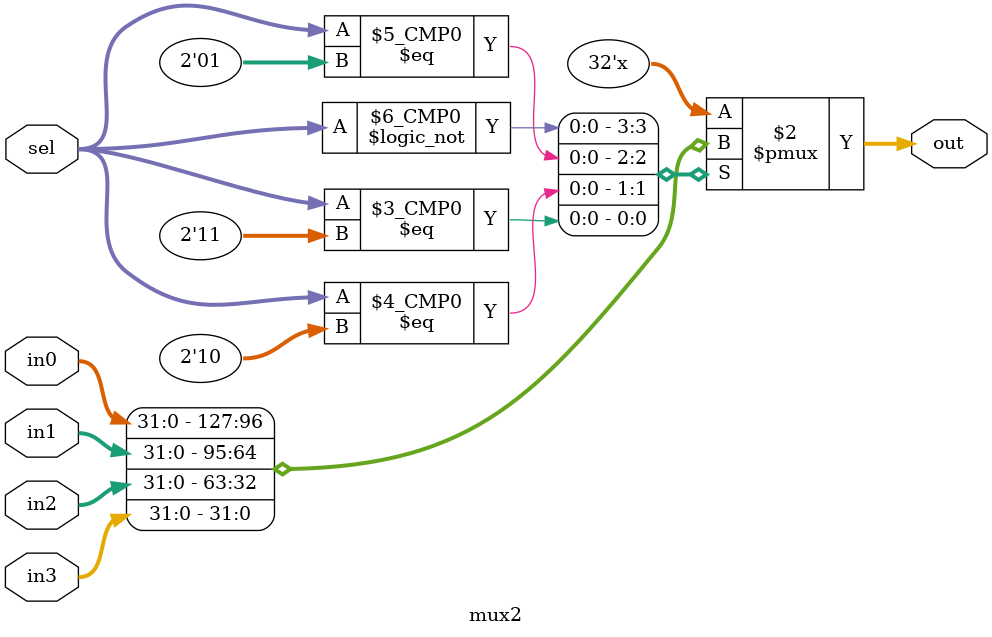
<source format=v>

module mux2 (
    input wire [1:0] sel,
    input wire [31:0] in0,
    input wire [31:0] in1,
    input wire [31:0] in2,
    input wire [31:0] in3,
    output reg [31:0] out
);

always @(*) begin
    case (sel)
        2'b00: out = in0;
        2'b01: out = in1;
        2'b10: out = in2;
        2'b11: out = in3;
        default: out = 32'b0;
    endcase
end

endmodule
</source>
